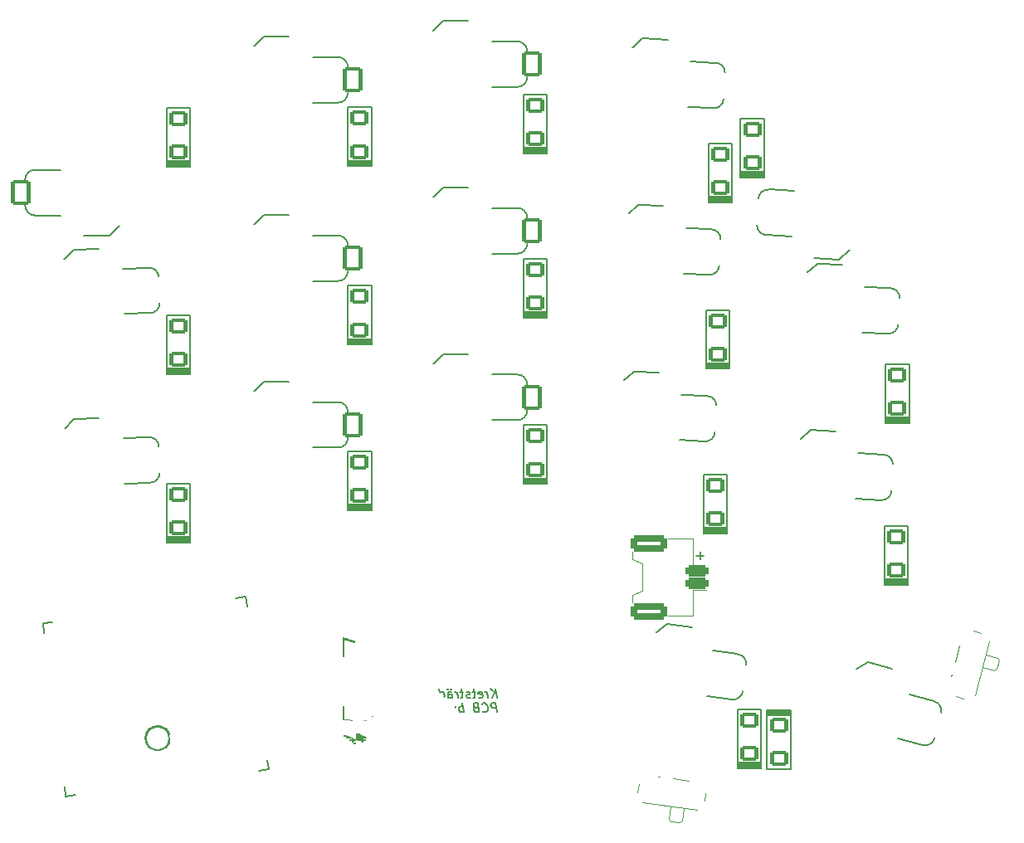
<source format=gbo>
G04 #@! TF.GenerationSoftware,KiCad,Pcbnew,8.0.5*
G04 #@! TF.CreationDate,2025-01-08T16:41:36+08:00*
G04 #@! TF.ProjectId,Kretstr_d_v2,4b726574-7374-472e-9464-5f76322e6b69,rev?*
G04 #@! TF.SameCoordinates,Original*
G04 #@! TF.FileFunction,Legend,Bot*
G04 #@! TF.FilePolarity,Positive*
%FSLAX46Y46*%
G04 Gerber Fmt 4.6, Leading zero omitted, Abs format (unit mm)*
G04 Created by KiCad (PCBNEW 8.0.5) date 2025-01-08 16:41:36*
%MOMM*%
%LPD*%
G01*
G04 APERTURE LIST*
G04 Aperture macros list*
%AMRoundRect*
0 Rectangle with rounded corners*
0 $1 Rounding radius*
0 $2 $3 $4 $5 $6 $7 $8 $9 X,Y pos of 4 corners*
0 Add a 4 corners polygon primitive as box body*
4,1,4,$2,$3,$4,$5,$6,$7,$8,$9,$2,$3,0*
0 Add four circle primitives for the rounded corners*
1,1,$1+$1,$2,$3*
1,1,$1+$1,$4,$5*
1,1,$1+$1,$6,$7*
1,1,$1+$1,$8,$9*
0 Add four rect primitives between the rounded corners*
20,1,$1+$1,$2,$3,$4,$5,0*
20,1,$1+$1,$4,$5,$6,$7,0*
20,1,$1+$1,$6,$7,$8,$9,0*
20,1,$1+$1,$8,$9,$2,$3,0*%
%AMFreePoly0*
4,1,22,0.886777,1.280194,0.956366,1.224698,0.994986,1.144504,1.000000,1.100000,1.000000,-1.100000,0.980194,-1.186777,0.924698,-1.256366,0.844504,-1.294986,0.800000,-1.300000,-0.480000,-1.300000,-0.566777,-1.280194,-0.621421,-1.241421,-0.941421,-0.921421,-0.988777,-0.846056,-1.000000,-0.780000,-1.000000,1.100000,-0.980194,1.186777,-0.924698,1.256366,-0.844504,1.294986,-0.800000,1.300000,
0.800000,1.300000,0.886777,1.280194,0.886777,1.280194,$1*%
%AMFreePoly1*
4,1,22,0.686777,0.580194,0.756366,0.524698,0.794986,0.444504,0.800000,0.400000,0.800000,0.200000,0.780194,0.113223,0.741421,0.058579,0.141421,-0.541421,0.066056,-0.588777,-0.022393,-0.598742,-0.106406,-0.569345,-0.141421,-0.541421,-0.741421,0.058579,-0.788777,0.133944,-0.800000,0.200000,-0.800000,0.400000,-0.780193,0.486777,-0.724698,0.556366,-0.644504,0.594986,-0.600000,0.600000,
0.600000,0.600000,0.686777,0.580194,0.686777,0.580194,$1*%
%AMFreePoly2*
4,1,26,0.706406,1.169345,0.769345,1.106406,0.798742,1.022393,0.800000,1.000000,0.800000,-0.250000,0.780194,-0.336777,0.724699,-0.406366,0.644505,-0.444986,0.600000,-0.450000,-0.600000,-0.450000,-0.686777,-0.430194,-0.756366,-0.374698,-0.794986,-0.294504,-0.800000,-0.250000,-0.800000,1.000000,-0.780194,1.086777,-0.724698,1.156366,-0.644504,1.194986,-0.555496,1.194986,-0.475302,1.156366,
-0.458579,1.141421,0.000000,0.682842,0.458579,1.141421,0.533944,1.188778,0.622393,1.198742,0.706406,1.169345,0.706406,1.169345,$1*%
%AMFreePoly3*
4,1,292,0.206777,1.229994,0.276366,1.174498,0.314986,1.094304,0.320000,1.049800,0.320000,0.008200,0.319495,0.005987,0.319495,-1.866709,0.319486,-1.942235,0.319486,-1.942460,0.318928,-2.390763,0.318926,-2.391335,0.317383,-2.767014,0.317377,-2.767939,0.314675,-3.077389,0.314657,-3.078876,0.310622,-3.328489,0.310568,-3.330901,0.305029,-3.527071,0.304875,-3.531095,0.297657,-3.680215,
0.297195,-3.687212,0.288125,-3.795676,0.286622,-3.808584,0.275528,-3.882784,0.269972,-3.908365,0.256680,-3.954695,0.246330,-3.982691,0.240139,-3.996234,0.229057,-4.017117,0.167561,-4.118087,0.157692,-4.132784,0.062026,-4.262462,0.054482,-4.272060,-0.057455,-4.405866,-0.061018,-4.410009,-0.070960,-4.421254,-0.171727,-4.547475,-0.239381,-4.651468,-0.261422,-4.702806,-0.268448,-4.790209,
-0.275185,-4.947662,-0.279770,-5.144579,-0.281450,-5.361536,-0.281447,-5.385011,-0.280528,-5.604860,-0.277007,-5.754079,-0.270393,-5.838887,-0.268290,-5.848462,-0.224488,-5.894056,-0.171049,-5.977321,-0.142171,-6.051967,-0.122143,-6.170287,-0.120852,-6.228231,-0.135594,-6.347346,-0.162124,-6.424914,-0.212996,-6.510565,-0.274338,-6.575059,-0.308050,-6.593056,-0.393200,-6.628524,-0.459529,-6.643620,
-0.582275,-6.650118,-0.631318,-6.646663,-0.750780,-6.623247,-0.819367,-6.595916,-0.898997,-6.545453,-0.952252,-6.496101,-0.953444,-6.494503,-0.980620,-6.444550,-1.025271,-6.324319,-1.037078,-6.237909,-1.034553,-6.207928,-1.095319,-6.245365,-1.119612,-6.251953,-1.263243,-6.281341,-1.334401,-6.282972,-1.441733,-6.266095,-1.524379,-6.233050,-1.535526,-6.224760,-1.625648,-6.152737,-1.674999,-6.094737,
-1.708800,-6.034795,-1.731134,-5.973572,-1.756230,-5.840310,-1.752826,-5.751366,-1.751357,-5.746183,-1.721747,-5.646814,-1.786435,-5.670245,-1.797570,-5.671308,-1.925994,-5.679949,-2.013905,-5.666013,-2.017213,-5.664651,-2.152853,-5.607383,-2.223422,-5.557256,-2.286363,-5.487634,-2.329864,-5.409980,-2.331418,-5.403739,-1.483158,-5.403739,-1.355185,-5.371470,-1.321520,-5.365981,-1.296753,-5.364088,
-1.271925,-5.355039,-1.217781,-5.314195,-1.113600,-5.210504,-0.992406,-5.073003,-0.922095,-4.967193,-0.891918,-4.883182,-0.881171,-4.765871,-0.875626,-4.680694,-0.868608,-4.639640,-0.821297,-4.471082,-0.802138,-4.425469,-0.700510,-4.248647,-0.682044,-4.221835,-0.562810,-4.075770,-0.603069,-4.078811,-0.691091,-4.065597,-0.695126,-4.063965,-0.829973,-4.007718,-0.882942,-3.970058,-0.884544,-4.105830,
-0.885000,-4.117175,-0.898888,-4.319380,-0.902711,-4.346893,-0.935986,-4.504891,-0.949035,-4.545136,-1.009063,-4.679733,-1.028893,-4.714405,-1.123042,-4.846409,-1.137428,-4.864308,-1.273065,-5.014526,-1.276513,-5.018249,-1.287869,-5.030202,-1.395729,-5.154077,-1.436036,-5.218316,-1.445698,-5.259360,-1.451178,-5.311568,-1.471682,-5.381092,-1.483158,-5.403739,-2.331418,-5.403739,-2.333940,-5.393612,
-2.360039,-5.266091,-2.360039,-5.185886,-2.330712,-5.042597,-2.293908,-4.961554,-2.277054,-4.942143,-2.201588,-4.865752,-2.261402,-4.879975,-2.348652,-4.881156,-2.489497,-4.851669,-2.570374,-4.814501,-2.590504,-4.796763,-2.603049,-4.784116,-2.016632,-4.784116,-1.947691,-4.769658,-1.921784,-4.765974,-1.897996,-4.764167,-1.873068,-4.755114,-1.818842,-4.714263,-1.712135,-4.608103,-1.710532,-4.606403,
-1.610735,-4.492471,-1.536348,-4.394539,-1.509620,-4.348678,-1.496774,-4.253933,-1.486629,-4.104764,-1.484943,-4.030087,-1.521728,-4.066661,-1.663872,-4.210425,-1.771561,-4.327147,-1.827485,-4.398952,-1.841739,-4.426218,-1.846868,-4.455718,-1.849044,-4.466476,-1.880833,-4.604089,-1.919662,-4.684181,-1.933210,-4.699418,-2.016632,-4.784116,-2.603049,-4.784116,-2.677271,-4.709294,-2.724322,-4.633739,
-2.731172,-4.608776,-2.760623,-4.465732,-2.760769,-4.385781,-2.732270,-4.244767,-2.695666,-4.163633,-2.680108,-4.145462,-2.594432,-4.056733,-2.519907,-4.008065,-2.492843,-4.000178,-2.352971,-3.969921,-2.326052,-3.966765,-2.302641,-3.962426,-2.276550,-3.949146,-2.210815,-3.898611,-2.101881,-3.798678,-1.944546,-3.643569,-1.907849,-3.606777,-1.998584,-3.608265,-2.086361,-3.615506,-2.113472,-3.640814,
-2.190420,-3.685551,-2.195993,-3.687200,-2.285285,-3.712217,-2.328694,-3.719355,-2.443408,-3.725413,-2.478949,-3.724123,-2.588384,-3.710339,-2.648428,-3.692928,-2.721883,-3.658421,-2.792004,-3.603597,-2.794591,-3.600348,-2.808469,-3.582542,-2.842246,-3.517205,-2.871896,-3.418636,-2.880342,-3.357508,-2.878149,-3.232815,-2.869435,-3.177839,-2.834704,-3.064278,-2.812088,-3.015249,-2.804020,-3.002595,
-2.744226,-2.942329,-2.663376,-2.889881,-2.579901,-2.859285,-2.464107,-2.844477,-2.401736,-2.846314,-2.281469,-2.868955,-2.211215,-2.896693,-2.116941,-2.956591,-2.095419,-2.974395,-2.075454,-2.989291,-2.056638,-2.994994,-2.046805,-2.995889,-2.070491,-2.960773,-2.070904,-2.959695,-2.108494,-2.860796,-2.121279,-2.800020,-2.127521,-2.678750,-2.122913,-2.624593,-2.097809,-2.512950,-2.059448,-2.432632,
-2.058380,-2.431296,-2.001929,-2.361278,-1.932045,-2.306154,-1.911531,-2.297769,-1.812031,-2.263398,-1.738834,-2.252593,-1.594647,-2.258290,-1.508720,-2.281507,-1.504448,-2.283843,-1.384933,-2.351109,-1.358738,-2.368710,-1.337152,-2.385832,-1.317487,-2.393167,-1.240752,-2.402224,-1.085472,-2.405350,-1.078233,-2.405170,-1.107077,-2.378573,-1.139850,-2.295818,-1.141775,-2.278081,-1.154236,-2.081951,
-1.154606,-2.072859,-1.156502,-1.967207,-1.150610,-1.915302,-1.126324,-1.817749,-1.086141,-1.738328,-1.046755,-1.702089,-0.979056,-1.654814,-0.896569,-1.621370,-0.885058,-1.619844,-0.761116,-1.607067,-0.757791,-1.606753,-0.746558,-1.605784,-0.717431,-1.594755,-0.653273,-1.547006,-0.535915,-1.433820,-0.518656,-1.415993,-0.412858,-1.301079,-0.333107,-1.206106,-0.309939,-1.172922,-0.306469,-1.159605,
-0.293711,-1.047354,-0.284312,-0.875422,-0.280824,-0.666619,-0.282712,0.034061,-0.280000,0.046092,-0.280000,1.049800,-0.260194,1.136577,-0.204698,1.206166,-0.124504,1.244786,-0.080000,1.249800,0.120000,1.249800,0.206777,1.229994,0.206777,1.229994,$1*%
%AMFreePoly4*
4,1,332,0.216903,1.226394,0.286492,1.170898,0.325112,1.090704,0.330126,1.046200,0.330126,0.053880,0.332333,0.034041,0.330446,-0.641485,0.333256,-0.817119,0.341852,-0.991008,0.354077,-1.119624,0.362643,-1.162576,0.397195,-1.217294,0.480043,-1.321262,0.585725,-1.436349,0.661974,-1.511306,0.745305,-1.581782,0.780351,-1.600628,0.816226,-1.606236,0.855709,-1.608367,0.916305,-1.621245,
1.018029,-1.660105,1.092024,-1.709574,1.121528,-1.749879,1.172534,-1.841779,1.197328,-1.927265,1.197479,-1.930252,1.204078,-2.083860,1.203745,-2.106820,1.191281,-2.279776,1.165288,-2.364904,1.129225,-2.403994,1.173666,-2.405391,1.223573,-2.405255,1.373671,-2.401394,1.448171,-2.392642,1.465323,-2.386622,1.490349,-2.367250,1.499144,-2.360816,1.558427,-2.319886,1.616268,-2.292409,
1.736039,-2.257617,1.795103,-2.249705,1.918049,-2.251717,1.998400,-2.270011,2.089018,-2.311721,2.159564,-2.365996,2.168233,-2.377282,2.179017,-2.392405,2.207229,-2.449366,2.233861,-2.535376,2.241991,-2.576456,2.252651,-2.693916,2.253382,-2.717931,2.251655,-2.776071,2.247065,-2.813135,2.225093,-2.912935,2.195461,-2.975695,2.212494,-2.958198,2.289490,-2.904783,2.362073,-2.873447,
2.477989,-2.848910,2.531369,-2.844932,2.650838,-2.852090,2.724742,-2.871102,2.812396,-2.912770,2.882265,-2.967914,2.907895,-3.009099,2.941835,-3.082118,2.959271,-3.144555,2.971968,-3.260006,2.972232,-3.301190,2.960919,-3.417757,2.944419,-3.480107,2.909095,-3.559070,2.855580,-3.630194,2.824642,-3.651681,2.776780,-3.678625,2.716103,-3.700809,2.613675,-3.720326,2.575255,-3.723859,
2.458923,-3.723286,2.420925,-3.719452,2.321391,-3.699672,2.242209,-3.664868,2.226678,-3.653495,2.249568,-3.708190,2.262483,-3.753325,2.275714,-3.834758,2.276340,-3.894786,2.255370,-4.043353,2.251016,-4.059843,2.261336,-4.057503,2.405029,-4.053550,2.423479,-4.053894,2.607272,-4.065820,2.692585,-4.091203,2.758435,-4.151089,2.791780,-4.233615,2.793805,-4.251024,2.806269,-4.423981,
2.806736,-4.433904,2.808688,-4.521554,2.803411,-4.571859,2.775606,-4.689911,2.736433,-4.769835,2.707599,-4.798835,2.630832,-4.861660,2.551134,-4.901291,2.531391,-4.905022,2.396634,-4.923538,2.367519,-4.925391,2.352493,-4.925249,2.321484,-4.922534,2.294546,-4.918041,2.345556,-4.977430,2.387072,-5.056163,2.391784,-5.079151,2.411668,-5.216808,2.413676,-5.249681,2.412978,-5.282286,
2.408266,-5.321372,2.380906,-5.444549,2.342754,-5.524966,2.315925,-5.552945,2.240017,-5.618098,2.161269,-5.659587,2.137440,-5.664410,2.001028,-5.683476,1.971455,-5.685392,1.956951,-5.685255,1.923948,-5.682197,1.791737,-5.658772,1.709746,-5.624130,1.687090,-5.605118,1.615161,-5.535067,1.566814,-5.460335,1.557616,-5.425814,1.535881,-5.299923,1.533998,-5.280958,1.533090,-5.277310,
1.533100,-5.278989,1.537975,-5.407923,1.546049,-5.464506,1.546949,-5.466699,1.560605,-5.481756,1.576426,-5.501596,1.634693,-5.585018,1.668145,-5.667501,1.668563,-5.670193,1.688071,-5.801698,1.682547,-5.885969,1.643425,-6.022953,1.600550,-6.100955,1.596826,-6.105026,1.561415,-6.142690,1.487545,-6.192345,1.486564,-6.192720,1.387509,-6.230250,1.326898,-6.242961,1.205437,-6.249194,
1.151442,-6.244614,1.082920,-6.229254,1.081676,-6.301771,1.060958,-6.387044,1.004589,-6.500955,0.948350,-6.569945,0.933901,-6.580220,0.857650,-6.629504,0.787543,-6.657803,0.665751,-6.681668,0.584915,-6.680859,0.473708,-6.656748,0.415993,-6.629724,0.400586,-6.658754,0.394933,-6.665026,0.359522,-6.702690,0.285652,-6.752345,0.284671,-6.752720,0.185616,-6.790250,0.125005,-6.802961,
0.003544,-6.809194,-0.050452,-6.804614,-0.162271,-6.779549,-0.242614,-6.741242,-0.243814,-6.740285,-0.268198,-6.720687,-0.315294,-6.752345,-0.316275,-6.752720,-0.415330,-6.790250,-0.475941,-6.802961,-0.597402,-6.809194,-0.651397,-6.804614,-0.763217,-6.779549,-0.843561,-6.741242,-0.844763,-6.740284,-0.914891,-6.683922,-0.970122,-6.614122,-0.978575,-6.593515,-1.013000,-6.494172,-1.023868,-6.420766,
-1.018162,-6.276806,-0.994935,-6.190882,-0.992477,-6.186396,-0.925104,-6.067069,-0.903724,-6.036331,-0.891370,-6.021707,-0.890072,-6.018941,-0.882527,-5.981614,-0.875398,-5.887738,-0.871719,-5.731182,-0.870818,-5.503325,-0.870817,-5.503105,-0.869927,-5.326988,-0.869827,-5.321581,-0.862543,-5.094702,-0.861499,-5.079727,-0.853873,-5.008841,-0.260880,-5.008841,-0.250757,-5.118082,-0.182664,-5.265028,
-0.032771,-5.461496,0.009168,-5.510153,0.014500,-5.516608,0.119025,-5.648672,0.127203,-5.659770,0.205250,-5.773710,0.219630,-5.798292,0.256978,-5.874043,0.259707,-5.879806,0.280044,-5.924601,0.283266,-5.919104,0.302558,-5.891727,0.305210,-5.888563,0.317208,-5.858522,0.310754,-5.815815,0.250423,-5.704381,0.110971,-5.530276,0.036442,-5.444592,0.027944,-5.434129,-0.099383,-5.266107,
-0.111658,-5.246753,0.652054,-5.246753,0.732842,-5.349046,0.752387,-5.378939,0.849802,-5.561723,0.882643,-5.509562,0.905761,-5.479570,0.917107,-5.467427,0.924826,-5.420679,0.930495,-5.304719,0.931637,-5.162069,0.886595,-5.192346,0.885617,-5.192720,0.786563,-5.230250,0.725952,-5.242961,0.652054,-5.246753,-0.111658,-5.246753,-0.117198,-5.238019,-0.195936,-5.087503,-0.212368,-5.044802,
-0.239091,-4.941314,-0.260880,-5.008841,-0.853873,-5.008841,-0.842699,-4.904973,-0.837775,-4.877464,-0.810044,-4.767492,1.929028,-4.767492,1.940400,-4.777363,1.980579,-4.800138,2.016790,-4.806377,2.048565,-4.809884,2.049055,-4.809987,2.034161,-4.797214,2.013963,-4.774565,2.013402,-4.774389,1.934562,-4.767567,1.929028,-4.767492,-0.810044,-4.767492,-0.802541,-4.737737,-0.789993,-4.702371,
-0.733407,-4.580574,-0.717030,-4.551821,-0.634173,-4.430855,-0.622986,-4.416047,-0.508940,-4.278815,-0.506152,-4.275532,-0.504541,-4.273676,-0.406101,-4.155775,-0.327937,-4.054618,-0.302887,-4.017163,-0.302099,-4.013563,-0.294032,-3.925579,-0.286464,-3.770786,-0.280305,-3.552503,-0.275623,-3.268476,-0.272373,-2.915349,-0.271993,-2.829728,0.332029,-2.829728,0.339270,-2.984437,0.352076,-3.112266,
0.360925,-3.154360,0.378419,-3.181798,0.458433,-3.279847,0.578494,-3.414759,0.722334,-3.568542,0.876663,-3.727341,1.028514,-3.877808,1.164669,-4.006494,1.268831,-4.097556,1.310593,-4.127530,1.364956,-4.143570,1.451145,-4.154832,1.444522,-4.147382,1.401669,-4.069368,1.396370,-4.045227,1.377901,-3.926443,1.353356,-3.888438,1.272875,-3.790852,1.139773,-3.645237,0.953129,-3.451557,
0.710038,-3.206705,0.332029,-2.829728,-0.271993,-2.829728,-0.270485,-2.489954,-0.269874,-1.987786,-0.269874,1.046200,-0.250068,1.132977,-0.194572,1.202566,-0.114378,1.241186,-0.069874,1.246200,0.130126,1.246200,0.216903,1.226394,0.216903,1.226394,$1*%
G04 Aperture macros list end*
%ADD10C,1.360000*%
%ADD11C,0.150000*%
%ADD12C,0.200000*%
%ADD13C,0.120000*%
%ADD14C,0.178000*%
%ADD15C,0.000000*%
%ADD16C,0.100000*%
%ADD17RoundRect,0.200000X0.700000X-0.600000X0.700000X0.600000X-0.700000X0.600000X-0.700000X-0.600000X0*%
%ADD18C,2.300000*%
%ADD19C,3.400000*%
%ADD20C,2.000000*%
%ADD21C,5.280000*%
%ADD22FreePoly0,0.000000*%
%ADD23RoundRect,0.200000X-0.800000X-1.100000X0.800000X-1.100000X0.800000X1.100000X-0.800000X1.100000X0*%
%ADD24C,3.600000*%
%ADD25C,1.300000*%
%ADD26FreePoly0,2.000000*%
%ADD27RoundRect,0.200000X-0.761123X-1.127250X0.837902X-1.071410X0.761123X1.127250X-0.837902X1.071410X0*%
%ADD28FreePoly0,357.000000*%
%ADD29RoundRect,0.200000X-0.856473X-1.056624X0.741334X-1.140361X0.856473X1.056624X-0.741334X1.140361X0*%
%ADD30FreePoly0,345.000000*%
%ADD31RoundRect,0.200000X-1.057442X-0.855463X0.488040X-1.269574X1.057442X0.855463X-0.488040X1.269574X0*%
%ADD32RoundRect,0.200000X-0.700000X0.600000X-0.700000X-0.600000X0.700000X-0.600000X0.700000X0.600000X0*%
%ADD33C,2.500000*%
%ADD34FreePoly1,187.500000*%
%ADD35FreePoly1,7.500000*%
%ADD36FreePoly2,187.500000*%
%ADD37FreePoly2,7.500000*%
%ADD38FreePoly0,180.000000*%
%ADD39RoundRect,0.200000X0.800000X1.100000X-0.800000X1.100000X-0.800000X-1.100000X0.800000X-1.100000X0*%
%ADD40C,2.200000*%
%ADD41C,4.200000*%
%ADD42FreePoly0,352.500000*%
%ADD43RoundRect,0.200000X-0.936735X-0.986168X0.649577X-1.195010X0.936735X0.986168X-0.649577X1.195010X0*%
%ADD44FreePoly0,177.000000*%
%ADD45RoundRect,0.200000X0.856473X1.056624X-0.741334X1.140361X-0.856473X-1.056624X0.741334X-1.140361X0*%
%ADD46RoundRect,0.300000X0.850000X-0.300000X0.850000X0.300000X-0.850000X0.300000X-0.850000X-0.300000X0*%
%ADD47RoundRect,0.326924X1.548076X-0.523076X1.548076X0.523076X-1.548076X0.523076X-1.548076X-0.523076X0*%
%ADD48FreePoly3,180.000000*%
%ADD49RoundRect,0.229000X-0.606000X-0.057250X0.606000X-0.057250X0.606000X0.057250X-0.606000X0.057250X0*%
%ADD50RoundRect,0.229000X-1.171000X-0.057250X1.171000X-0.057250X1.171000X0.057250X-1.171000X0.057250X0*%
%ADD51RoundRect,0.229000X-0.208500X-0.057250X0.208500X-0.057250X0.208500X0.057250X-0.208500X0.057250X0*%
%ADD52FreePoly4,180.000000*%
%ADD53RoundRect,0.200000X0.547933X0.331315X-0.443512X0.461841X-0.547933X-0.331315X0.443512X-0.461841X0*%
%ADD54RoundRect,0.200000X0.444900X0.697899X-0.249111X0.789268X-0.444900X-0.697899X0.249111X-0.789268X0*%
%ADD55RoundRect,0.200000X-0.256961X0.586491X-0.515780X-0.379435X0.256961X-0.586491X0.515780X0.379435X0*%
%ADD56RoundRect,0.200000X-0.633858X0.532188X-0.815031X-0.143960X0.633858X-0.532188X0.815031X0.143960X0*%
G04 APERTURE END LIST*
D10*
X96337918Y-123376142D02*
G75*
G02*
X94977918Y-123376142I-680000J0D01*
G01*
X94977918Y-123376142D02*
G75*
G02*
X96337918Y-123376142I680000J0D01*
G01*
D11*
X130248387Y-119267282D02*
X130135887Y-118367282D01*
X129734101Y-119267282D02*
X130055530Y-118752996D01*
X129621601Y-118367282D02*
X130200173Y-118881567D01*
X129348387Y-119267282D02*
X129273387Y-118667282D01*
X129294816Y-118838710D02*
X129241244Y-118752996D01*
X129241244Y-118752996D02*
X129193030Y-118710139D01*
X129193030Y-118710139D02*
X129101958Y-118667282D01*
X129101958Y-118667282D02*
X129016244Y-118667282D01*
X128443030Y-119224425D02*
X128534101Y-119267282D01*
X128534101Y-119267282D02*
X128705530Y-119267282D01*
X128705530Y-119267282D02*
X128785887Y-119224425D01*
X128785887Y-119224425D02*
X128818030Y-119138710D01*
X128818030Y-119138710D02*
X128775173Y-118795853D01*
X128775173Y-118795853D02*
X128721601Y-118710139D01*
X128721601Y-118710139D02*
X128630530Y-118667282D01*
X128630530Y-118667282D02*
X128459101Y-118667282D01*
X128459101Y-118667282D02*
X128378744Y-118710139D01*
X128378744Y-118710139D02*
X128346601Y-118795853D01*
X128346601Y-118795853D02*
X128357315Y-118881567D01*
X128357315Y-118881567D02*
X128796601Y-118967282D01*
X128073386Y-118667282D02*
X127730529Y-118667282D01*
X127907315Y-118367282D02*
X128003744Y-119138710D01*
X128003744Y-119138710D02*
X127971601Y-119224425D01*
X127971601Y-119224425D02*
X127891244Y-119267282D01*
X127891244Y-119267282D02*
X127805529Y-119267282D01*
X127543029Y-119224425D02*
X127462672Y-119267282D01*
X127462672Y-119267282D02*
X127291243Y-119267282D01*
X127291243Y-119267282D02*
X127200172Y-119224425D01*
X127200172Y-119224425D02*
X127146600Y-119138710D01*
X127146600Y-119138710D02*
X127141243Y-119095853D01*
X127141243Y-119095853D02*
X127173386Y-119010139D01*
X127173386Y-119010139D02*
X127253743Y-118967282D01*
X127253743Y-118967282D02*
X127382315Y-118967282D01*
X127382315Y-118967282D02*
X127462672Y-118924425D01*
X127462672Y-118924425D02*
X127494815Y-118838710D01*
X127494815Y-118838710D02*
X127489458Y-118795853D01*
X127489458Y-118795853D02*
X127435886Y-118710139D01*
X127435886Y-118710139D02*
X127344815Y-118667282D01*
X127344815Y-118667282D02*
X127216243Y-118667282D01*
X127216243Y-118667282D02*
X127135886Y-118710139D01*
X126830529Y-118667282D02*
X126487672Y-118667282D01*
X126664458Y-118367282D02*
X126760887Y-119138710D01*
X126760887Y-119138710D02*
X126728744Y-119224425D01*
X126728744Y-119224425D02*
X126648387Y-119267282D01*
X126648387Y-119267282D02*
X126562672Y-119267282D01*
X126262672Y-119267282D02*
X126187672Y-118667282D01*
X126209101Y-118838710D02*
X126155529Y-118752996D01*
X126155529Y-118752996D02*
X126107315Y-118710139D01*
X126107315Y-118710139D02*
X126016243Y-118667282D01*
X126016243Y-118667282D02*
X125930529Y-118667282D01*
X125319815Y-119267282D02*
X125260886Y-118795853D01*
X125260886Y-118795853D02*
X125293029Y-118710139D01*
X125293029Y-118710139D02*
X125373386Y-118667282D01*
X125373386Y-118667282D02*
X125544815Y-118667282D01*
X125544815Y-118667282D02*
X125635886Y-118710139D01*
X125314458Y-119224425D02*
X125405529Y-119267282D01*
X125405529Y-119267282D02*
X125619815Y-119267282D01*
X125619815Y-119267282D02*
X125700172Y-119224425D01*
X125700172Y-119224425D02*
X125732315Y-119138710D01*
X125732315Y-119138710D02*
X125721600Y-119052996D01*
X125721600Y-119052996D02*
X125668029Y-118967282D01*
X125668029Y-118967282D02*
X125576958Y-118924425D01*
X125576958Y-118924425D02*
X125362672Y-118924425D01*
X125362672Y-118924425D02*
X125271600Y-118881567D01*
X125593029Y-118367282D02*
X125555529Y-118410139D01*
X125555529Y-118410139D02*
X125603743Y-118452996D01*
X125603743Y-118452996D02*
X125641243Y-118410139D01*
X125641243Y-118410139D02*
X125593029Y-118367282D01*
X125593029Y-118367282D02*
X125603743Y-118452996D01*
X125250172Y-118367282D02*
X125212672Y-118410139D01*
X125212672Y-118410139D02*
X125260886Y-118452996D01*
X125260886Y-118452996D02*
X125298386Y-118410139D01*
X125298386Y-118410139D02*
X125250172Y-118367282D01*
X125250172Y-118367282D02*
X125260886Y-118452996D01*
X124505529Y-119267282D02*
X124393029Y-118367282D01*
X124500172Y-119224425D02*
X124591243Y-119267282D01*
X124591243Y-119267282D02*
X124762672Y-119267282D01*
X124762672Y-119267282D02*
X124843029Y-119224425D01*
X124843029Y-119224425D02*
X124880529Y-119181567D01*
X124880529Y-119181567D02*
X124912672Y-119095853D01*
X124912672Y-119095853D02*
X124880529Y-118838710D01*
X124880529Y-118838710D02*
X124826957Y-118752996D01*
X124826957Y-118752996D02*
X124778743Y-118710139D01*
X124778743Y-118710139D02*
X124687672Y-118667282D01*
X124687672Y-118667282D02*
X124516243Y-118667282D01*
X124516243Y-118667282D02*
X124435886Y-118710139D01*
X123401957Y-118667282D02*
X123262672Y-119267282D01*
X123262672Y-119267282D02*
X122973386Y-118667282D01*
X122646600Y-118452996D02*
X122598386Y-118410139D01*
X122598386Y-118410139D02*
X122507315Y-118367282D01*
X122507315Y-118367282D02*
X122293029Y-118367282D01*
X122293029Y-118367282D02*
X122212672Y-118410139D01*
X122212672Y-118410139D02*
X122175172Y-118452996D01*
X122175172Y-118452996D02*
X122143029Y-118538710D01*
X122143029Y-118538710D02*
X122153743Y-118624425D01*
X122153743Y-118624425D02*
X122212672Y-118752996D01*
X122212672Y-118752996D02*
X122791243Y-119267282D01*
X122791243Y-119267282D02*
X122234100Y-119267282D01*
X121837672Y-119181567D02*
X121800172Y-119224425D01*
X121800172Y-119224425D02*
X121848386Y-119267282D01*
X121848386Y-119267282D02*
X121885886Y-119224425D01*
X121885886Y-119224425D02*
X121837672Y-119181567D01*
X121837672Y-119181567D02*
X121848386Y-119267282D01*
X120948386Y-119267282D02*
X121462672Y-119267282D01*
X121205529Y-119267282D02*
X121093029Y-118367282D01*
X121093029Y-118367282D02*
X121194815Y-118495853D01*
X121194815Y-118495853D02*
X121291244Y-118581567D01*
X121291244Y-118581567D02*
X121382315Y-118624425D01*
X130248387Y-120716232D02*
X130135887Y-119816232D01*
X130135887Y-119816232D02*
X129793030Y-119816232D01*
X129793030Y-119816232D02*
X129712673Y-119859089D01*
X129712673Y-119859089D02*
X129675173Y-119901946D01*
X129675173Y-119901946D02*
X129643030Y-119987660D01*
X129643030Y-119987660D02*
X129659101Y-120116232D01*
X129659101Y-120116232D02*
X129712673Y-120201946D01*
X129712673Y-120201946D02*
X129760887Y-120244803D01*
X129760887Y-120244803D02*
X129851958Y-120287660D01*
X129851958Y-120287660D02*
X130194816Y-120287660D01*
X128823387Y-120630517D02*
X128871601Y-120673375D01*
X128871601Y-120673375D02*
X129005530Y-120716232D01*
X129005530Y-120716232D02*
X129091244Y-120716232D01*
X129091244Y-120716232D02*
X129214458Y-120673375D01*
X129214458Y-120673375D02*
X129289458Y-120587660D01*
X129289458Y-120587660D02*
X129321601Y-120501946D01*
X129321601Y-120501946D02*
X129343030Y-120330517D01*
X129343030Y-120330517D02*
X129326958Y-120201946D01*
X129326958Y-120201946D02*
X129262673Y-120030517D01*
X129262673Y-120030517D02*
X129209101Y-119944803D01*
X129209101Y-119944803D02*
X129112673Y-119859089D01*
X129112673Y-119859089D02*
X128978744Y-119816232D01*
X128978744Y-119816232D02*
X128893030Y-119816232D01*
X128893030Y-119816232D02*
X128769816Y-119859089D01*
X128769816Y-119859089D02*
X128732316Y-119901946D01*
X128089458Y-120244803D02*
X127966244Y-120287660D01*
X127966244Y-120287660D02*
X127928744Y-120330517D01*
X127928744Y-120330517D02*
X127896601Y-120416232D01*
X127896601Y-120416232D02*
X127912673Y-120544803D01*
X127912673Y-120544803D02*
X127966244Y-120630517D01*
X127966244Y-120630517D02*
X128014458Y-120673375D01*
X128014458Y-120673375D02*
X128105530Y-120716232D01*
X128105530Y-120716232D02*
X128448387Y-120716232D01*
X128448387Y-120716232D02*
X128335887Y-119816232D01*
X128335887Y-119816232D02*
X128035887Y-119816232D01*
X128035887Y-119816232D02*
X127955530Y-119859089D01*
X127955530Y-119859089D02*
X127918030Y-119901946D01*
X127918030Y-119901946D02*
X127885887Y-119987660D01*
X127885887Y-119987660D02*
X127896601Y-120073375D01*
X127896601Y-120073375D02*
X127950173Y-120159089D01*
X127950173Y-120159089D02*
X127998387Y-120201946D01*
X127998387Y-120201946D02*
X128089458Y-120244803D01*
X128089458Y-120244803D02*
X128389458Y-120244803D01*
X126862673Y-120716232D02*
X126750173Y-119816232D01*
X126793030Y-120159089D02*
X126701959Y-120116232D01*
X126701959Y-120116232D02*
X126530530Y-120116232D01*
X126530530Y-120116232D02*
X126450173Y-120159089D01*
X126450173Y-120159089D02*
X126412673Y-120201946D01*
X126412673Y-120201946D02*
X126380530Y-120287660D01*
X126380530Y-120287660D02*
X126412673Y-120544803D01*
X126412673Y-120544803D02*
X126466244Y-120630517D01*
X126466244Y-120630517D02*
X126514459Y-120673375D01*
X126514459Y-120673375D02*
X126605530Y-120716232D01*
X126605530Y-120716232D02*
X126776959Y-120716232D01*
X126776959Y-120716232D02*
X126857316Y-120673375D01*
X126059101Y-120116232D02*
X125919816Y-120716232D01*
X125630530Y-120116232D02*
X125919816Y-120716232D01*
X125919816Y-120716232D02*
X126032316Y-120930517D01*
X126032316Y-120930517D02*
X126080530Y-120973375D01*
X126080530Y-120973375D02*
X126171601Y-121016232D01*
X124601959Y-120116232D02*
X124698388Y-120887660D01*
X124698388Y-120887660D02*
X124751959Y-120973375D01*
X124751959Y-120973375D02*
X124843030Y-121016232D01*
X124843030Y-121016232D02*
X124885888Y-121016232D01*
X124564459Y-119816232D02*
X124612673Y-119859089D01*
X124612673Y-119859089D02*
X124575173Y-119901946D01*
X124575173Y-119901946D02*
X124526959Y-119859089D01*
X124526959Y-119859089D02*
X124564459Y-119816232D01*
X124564459Y-119816232D02*
X124575173Y-119901946D01*
X124259102Y-120116232D02*
X124162674Y-120716232D01*
X124162674Y-120716232D02*
X123937674Y-120287660D01*
X123937674Y-120287660D02*
X123819817Y-120716232D01*
X123819817Y-120716232D02*
X123573388Y-120116232D01*
X151383951Y-104776133D02*
X150622047Y-104776133D01*
X151002999Y-104395180D02*
X151002999Y-105157085D01*
D12*
X172329390Y-85213081D02*
X169929390Y-85213081D01*
X169929390Y-91213081D01*
X172329390Y-91213081D01*
X172329390Y-85213081D01*
X172329390Y-91213081D02*
X169929390Y-91213081D01*
X169929390Y-90654681D01*
X172329390Y-90654681D01*
X172329390Y-91213081D01*
G36*
X172329390Y-91213081D02*
G01*
X169929390Y-91213081D01*
X169929390Y-90654681D01*
X172329390Y-90654681D01*
X172329390Y-91213081D01*
G37*
D11*
X105460390Y-88008681D02*
X105460390Y-88118681D01*
X105460390Y-88008681D02*
X106485390Y-86983681D01*
X109035390Y-86983681D02*
X106485390Y-86983681D01*
X114060390Y-89083681D02*
X111460390Y-89083681D01*
X114060390Y-93733681D02*
X111460390Y-93733681D01*
X114060390Y-89083681D02*
G75*
G02*
X115060390Y-90083681I0J-1000000D01*
G01*
X115060390Y-92733681D02*
G75*
G02*
X114060390Y-93733681I-1000000J0D01*
G01*
D12*
X135397790Y-74478281D02*
X132997790Y-74478281D01*
X132997790Y-80478281D01*
X135397790Y-80478281D01*
X135397790Y-74478281D01*
X135397790Y-80478281D02*
X132997790Y-80478281D01*
X132997790Y-79919881D01*
X135397790Y-79919881D01*
X135397790Y-80478281D01*
G36*
X135397790Y-80478281D02*
G01*
X132997790Y-80478281D01*
X132997790Y-79919881D01*
X135397790Y-79919881D01*
X135397790Y-80478281D01*
G37*
X98961390Y-80234681D02*
X96561390Y-80234681D01*
X96561390Y-86234681D01*
X98961390Y-86234681D01*
X98961390Y-80234681D01*
X98961390Y-86234681D02*
X96561390Y-86234681D01*
X96561390Y-85676281D01*
X98961390Y-85676281D01*
X98961390Y-86234681D01*
G36*
X98961390Y-86234681D02*
G01*
X96561390Y-86234681D01*
X96561390Y-85676281D01*
X98961390Y-85676281D01*
X98961390Y-86234681D01*
G37*
D11*
X123760190Y-68208681D02*
X123760190Y-68318681D01*
X123760190Y-68208681D02*
X124785190Y-67183681D01*
X127335190Y-67183681D02*
X124785190Y-67183681D01*
X132360190Y-69283681D02*
X129760190Y-69283681D01*
X132360190Y-73933681D02*
X129760190Y-73933681D01*
X132360190Y-69283681D02*
G75*
G02*
X133360190Y-70283681I0J-1000000D01*
G01*
X133360190Y-72933681D02*
G75*
G02*
X132360190Y-73933681I-1000000J0D01*
G01*
X105460390Y-71008681D02*
X105460390Y-71118681D01*
X105460390Y-71008681D02*
X106485390Y-69983681D01*
X109035390Y-69983681D02*
X106485390Y-69983681D01*
X114060390Y-72083681D02*
X111460390Y-72083681D01*
X114060390Y-76733681D02*
X111460390Y-76733681D01*
X114060390Y-72083681D02*
G75*
G02*
X115060390Y-73083681I0J-1000000D01*
G01*
X115060390Y-75733681D02*
G75*
G02*
X114060390Y-76733681I-1000000J0D01*
G01*
X123760190Y-85208681D02*
X123760190Y-85318681D01*
X123760190Y-85208681D02*
X124785190Y-84183681D01*
X127335190Y-84183681D02*
X124785190Y-84183681D01*
X132360190Y-86283681D02*
X129760190Y-86283681D01*
X132360190Y-90933681D02*
X129760190Y-90933681D01*
X132360190Y-86283681D02*
G75*
G02*
X133360190Y-87283681I0J-1000000D01*
G01*
X133360190Y-89933681D02*
G75*
G02*
X132360190Y-90933681I-1000000J0D01*
G01*
D12*
X117462190Y-94137881D02*
X115062190Y-94137881D01*
X115062190Y-100137881D01*
X117462190Y-100137881D01*
X117462190Y-94137881D01*
X117462190Y-100137881D02*
X115062190Y-100137881D01*
X115062190Y-99579481D01*
X117462190Y-99579481D01*
X117462190Y-100137881D01*
G36*
X117462190Y-100137881D02*
G01*
X115062190Y-100137881D01*
X115062190Y-99579481D01*
X117462190Y-99579481D01*
X117462190Y-100137881D01*
G37*
X117462190Y-77221481D02*
X115062190Y-77221481D01*
X115062190Y-83221481D01*
X117462190Y-83221481D01*
X117462190Y-77221481D01*
X117462190Y-83221481D02*
X115062190Y-83221481D01*
X115062190Y-82663081D01*
X117462190Y-82663081D01*
X117462190Y-83221481D01*
G36*
X117462190Y-83221481D02*
G01*
X115062190Y-83221481D01*
X115062190Y-82663081D01*
X117462190Y-82663081D01*
X117462190Y-83221481D01*
G37*
D11*
X105460390Y-52808681D02*
X105460390Y-52918681D01*
X105460390Y-52808681D02*
X106485390Y-51783681D01*
X109035390Y-51783681D02*
X106485390Y-51783681D01*
X114060390Y-53883681D02*
X111460390Y-53883681D01*
X114060390Y-58533681D02*
X111460390Y-58533681D01*
X114060390Y-53883681D02*
G75*
G02*
X115060390Y-54883681I0J-1000000D01*
G01*
X115060390Y-57533681D02*
G75*
G02*
X114060390Y-58533681I-1000000J0D01*
G01*
D12*
X153978431Y-79693316D02*
X151578431Y-79693316D01*
X151578431Y-85693316D01*
X153978431Y-85693316D01*
X153978431Y-79693316D01*
X153978431Y-85693316D02*
X151578431Y-85693316D01*
X151578431Y-85134916D01*
X153978431Y-85134916D01*
X153978431Y-85693316D01*
G36*
X153978431Y-85693316D02*
G01*
X151578431Y-85693316D01*
X151578431Y-85134916D01*
X153978431Y-85134916D01*
X153978431Y-85693316D01*
G37*
D11*
X86110706Y-91892647D02*
X86114545Y-92002580D01*
X86110706Y-91892647D02*
X87099310Y-90832500D01*
X89647756Y-90743506D02*
X87099310Y-90832500D01*
X94742984Y-92666857D02*
X92144568Y-92757595D01*
X94905267Y-97314024D02*
X92306851Y-97404763D01*
X94742984Y-92666857D02*
G75*
G02*
X95777275Y-93631348I34900J-999391D01*
G01*
X95869758Y-96279734D02*
G75*
G02*
X94905267Y-97314024I-999391J-34899D01*
G01*
X144061264Y-52935780D02*
X144055507Y-53045630D01*
X144061264Y-52935780D02*
X145138503Y-51965829D01*
X147685009Y-52099286D02*
X145138503Y-51965829D01*
X152349854Y-59103024D02*
X149753418Y-58966950D01*
X152593217Y-54459396D02*
X149996780Y-54323323D01*
X152593217Y-54459396D02*
G75*
G02*
X153539511Y-55510362I-52336J-998630D01*
G01*
X153400820Y-58156730D02*
G75*
G02*
X152349854Y-59103024I-998630J52336D01*
G01*
D12*
X157532694Y-60159750D02*
X155132694Y-60159750D01*
X155132694Y-66159750D01*
X157532694Y-66159750D01*
X157532694Y-60159750D01*
X157532694Y-66159750D02*
X155132694Y-66159750D01*
X155132694Y-65601350D01*
X157532694Y-65601350D01*
X157532694Y-66159750D01*
G36*
X157532694Y-66159750D02*
G01*
X155132694Y-66159750D01*
X155132694Y-65601350D01*
X157532694Y-65601350D01*
X157532694Y-66159750D01*
G37*
D11*
X166852392Y-116358850D02*
X166823923Y-116465102D01*
X166852392Y-116358850D02*
X168107755Y-115634065D01*
X170570866Y-116294054D02*
X168107755Y-115634065D01*
X173677615Y-124114619D02*
X171166208Y-123441689D01*
X174881123Y-119623064D02*
X172369716Y-118950134D01*
X174881123Y-119623064D02*
G75*
G02*
X175588230Y-120847809I-258819J-965926D01*
G01*
X174902360Y-123407512D02*
G75*
G02*
X173677615Y-124114619I-965926J258819D01*
G01*
D12*
X157216390Y-120468281D02*
X154816390Y-120468281D01*
X154816390Y-126468281D01*
X157216390Y-126468281D01*
X157216390Y-120468281D01*
X157216390Y-126468281D02*
X154816390Y-126468281D01*
X154816390Y-125909881D01*
X157216390Y-125909881D01*
X157216390Y-126468281D01*
G36*
X157216390Y-126468281D02*
G01*
X154816390Y-126468281D01*
X154816390Y-125909881D01*
X157216390Y-125909881D01*
X157216390Y-126468281D01*
G37*
D11*
X123760190Y-51208681D02*
X123760190Y-51318681D01*
X123760190Y-51208681D02*
X124785190Y-50183681D01*
X127335190Y-50183681D02*
X124785190Y-50183681D01*
X132360190Y-52283681D02*
X129760190Y-52283681D01*
X132360190Y-56933681D02*
X129760190Y-56933681D01*
X132360190Y-52283681D02*
G75*
G02*
X133360190Y-53283681I0J-1000000D01*
G01*
X133360190Y-55933681D02*
G75*
G02*
X132360190Y-56933681I-1000000J0D01*
G01*
D12*
X157838990Y-126524681D02*
X160238990Y-126524681D01*
X160238990Y-120524681D01*
X157838990Y-120524681D01*
X157838990Y-126524681D01*
X160238990Y-121083081D02*
X157838990Y-121083081D01*
X157838990Y-120524681D01*
X160238990Y-120524681D01*
X160238990Y-121083081D01*
G36*
X160238990Y-121083081D02*
G01*
X157838990Y-121083081D01*
X157838990Y-120524681D01*
X160238990Y-120524681D01*
X160238990Y-121083081D01*
G37*
X98961390Y-97405081D02*
X96561390Y-97405081D01*
X96561390Y-103405081D01*
X98961390Y-103405081D01*
X98961390Y-97405081D01*
X98961390Y-103405081D02*
X96561390Y-103405081D01*
X96561390Y-102846681D01*
X98961390Y-102846681D01*
X98961390Y-103405081D01*
G36*
X98961390Y-103405081D02*
G01*
X96561390Y-103405081D01*
X96561390Y-102846681D01*
X98961390Y-102846681D01*
X98961390Y-103405081D01*
G37*
D11*
X143180598Y-86936487D02*
X143174841Y-87046337D01*
X143180598Y-86936487D02*
X144257837Y-85966536D01*
X146804343Y-86099993D02*
X144257837Y-85966536D01*
X151469188Y-93103731D02*
X148872752Y-92967657D01*
X151712551Y-88460103D02*
X149116114Y-88324030D01*
X151712551Y-88460103D02*
G75*
G02*
X152658845Y-89511069I-52336J-998630D01*
G01*
X152520154Y-92157437D02*
G75*
G02*
X151469188Y-93103731I-998630J52336D01*
G01*
X143620926Y-69936233D02*
X143615169Y-70046083D01*
X143620926Y-69936233D02*
X144698165Y-68966282D01*
X147244671Y-69099739D02*
X144698165Y-68966282D01*
X151909516Y-76103477D02*
X149313080Y-75967403D01*
X152152879Y-71459849D02*
X149556442Y-71323776D01*
X152152879Y-71459849D02*
G75*
G02*
X153099173Y-72510815I-52336J-998630D01*
G01*
X152960482Y-75157183D02*
G75*
G02*
X151909516Y-76103477I-998630J52336D01*
G01*
X83940492Y-111654493D02*
X84071018Y-112645938D01*
X83940492Y-111654493D02*
X84931937Y-111523966D01*
X86263858Y-129302211D02*
X86139858Y-128360339D01*
X86263858Y-129302211D02*
X87255303Y-129171685D01*
X103608973Y-109065088D02*
X104649993Y-108928035D01*
X104649993Y-108928035D02*
X104780517Y-109919480D01*
X105981912Y-126706280D02*
X106973357Y-126575754D01*
X106973357Y-126575754D02*
X106841525Y-125574395D01*
D12*
X117462190Y-59021481D02*
X115062190Y-59021481D01*
X115062190Y-65021481D01*
X117462190Y-65021481D01*
X117462190Y-59021481D01*
X117462190Y-65021481D02*
X115062190Y-65021481D01*
X115062190Y-64463081D01*
X117462190Y-64463081D01*
X117462190Y-65021481D01*
G36*
X117462190Y-65021481D02*
G01*
X115062190Y-65021481D01*
X115062190Y-64463081D01*
X117462190Y-64463081D01*
X117462190Y-65021481D01*
G37*
D11*
X86100236Y-74592830D02*
X86104075Y-74702763D01*
X86100236Y-74592830D02*
X87088840Y-73532683D01*
X89637286Y-73443689D02*
X87088840Y-73532683D01*
X94732514Y-75367040D02*
X92134098Y-75457778D01*
X94894797Y-80014207D02*
X92296381Y-80104946D01*
X94732514Y-75367040D02*
G75*
G02*
X95766805Y-76331531I34900J-999391D01*
G01*
X95859288Y-78979917D02*
G75*
G02*
X94894797Y-80014207I-999391J-34899D01*
G01*
D12*
X135397790Y-91445481D02*
X132997790Y-91445481D01*
X132997790Y-97445481D01*
X135397790Y-97445481D01*
X135397790Y-91445481D01*
X135397790Y-97445481D02*
X132997790Y-97445481D01*
X132997790Y-96887081D01*
X135397790Y-96887081D01*
X135397790Y-97445481D01*
G36*
X135397790Y-97445481D02*
G01*
X132997790Y-97445481D01*
X132997790Y-96887081D01*
X135397790Y-96887081D01*
X135397790Y-97445481D01*
G37*
D11*
X83132590Y-65383681D02*
X85732590Y-65383681D01*
X83132590Y-70033681D02*
X85732590Y-70033681D01*
X88157590Y-72133681D02*
X90707590Y-72133681D01*
X91732590Y-71108681D02*
X90707590Y-72133681D01*
X91732590Y-71108681D02*
X91732590Y-70998681D01*
X82132590Y-66383681D02*
G75*
G02*
X83132590Y-65383681I1000000J0D01*
G01*
X83132590Y-70033681D02*
G75*
G02*
X82132590Y-69033681I0J1000000D01*
G01*
D12*
X135397790Y-57714281D02*
X132997790Y-57714281D01*
X132997790Y-63714281D01*
X135397790Y-63714281D01*
X135397790Y-57714281D01*
X135397790Y-63714281D02*
X132997790Y-63714281D01*
X132997790Y-63155881D01*
X135397790Y-63155881D01*
X135397790Y-63714281D01*
G36*
X135397790Y-63714281D02*
G01*
X132997790Y-63714281D01*
X132997790Y-63155881D01*
X135397790Y-63155881D01*
X135397790Y-63714281D01*
G37*
D11*
X161191567Y-92926918D02*
X161185810Y-93036768D01*
X161191567Y-92926918D02*
X162268806Y-91956967D01*
X164815312Y-92090424D02*
X162268806Y-91956967D01*
X169480157Y-99094162D02*
X166883721Y-98958088D01*
X169723520Y-94450534D02*
X167127083Y-94314461D01*
X169723520Y-94450534D02*
G75*
G02*
X170669814Y-95501500I-52336J-998630D01*
G01*
X170531123Y-98147868D02*
G75*
G02*
X169480157Y-99094162I-998630J52336D01*
G01*
X146467079Y-112628511D02*
X146452721Y-112737570D01*
X146467079Y-112628511D02*
X147617099Y-111746069D01*
X150145283Y-112078911D02*
X147617099Y-111746069D01*
X154246242Y-119427058D02*
X151668485Y-119087690D01*
X154853189Y-114816840D02*
X152275432Y-114477472D01*
X154853189Y-114816840D02*
G75*
G02*
X155714107Y-115938811I-130526J-991444D01*
G01*
X155368213Y-118566140D02*
G75*
G02*
X154246242Y-119427058I-991445J130527D01*
G01*
D12*
X154278020Y-62710217D02*
X151878020Y-62710217D01*
X151878020Y-68710217D01*
X154278020Y-68710217D01*
X154278020Y-62710217D01*
X154278020Y-68710217D02*
X151878020Y-68710217D01*
X151878020Y-68151817D01*
X154278020Y-68151817D01*
X154278020Y-68710217D01*
G36*
X154278020Y-68710217D02*
G01*
X151878020Y-68710217D01*
X151878020Y-68151817D01*
X154278020Y-68151817D01*
X154278020Y-68710217D01*
G37*
X153778705Y-96482849D02*
X151378705Y-96482849D01*
X151378705Y-102482849D01*
X153778705Y-102482849D01*
X153778705Y-96482849D01*
X153778705Y-102482849D02*
X151378705Y-102482849D01*
X151378705Y-101924449D01*
X153778705Y-101924449D01*
X153778705Y-102482849D01*
G36*
X153778705Y-102482849D02*
G01*
X151378705Y-102482849D01*
X151378705Y-101924449D01*
X153778705Y-101924449D01*
X153778705Y-102482849D01*
G37*
X172219105Y-101749249D02*
X169819105Y-101749249D01*
X169819105Y-107749249D01*
X172219105Y-107749249D01*
X172219105Y-101749249D01*
X172219105Y-107749249D02*
X169819105Y-107749249D01*
X169819105Y-107190849D01*
X172219105Y-107190849D01*
X172219105Y-107749249D01*
G36*
X172219105Y-107749249D02*
G01*
X169819105Y-107749249D01*
X169819105Y-107190849D01*
X172219105Y-107190849D01*
X172219105Y-107749249D01*
G37*
X98961390Y-59059081D02*
X96561390Y-59059081D01*
X96561390Y-65059081D01*
X98961390Y-65059081D01*
X98961390Y-59059081D01*
X98961390Y-65059081D02*
X96561390Y-65059081D01*
X96561390Y-64500681D01*
X98961390Y-64500681D01*
X98961390Y-65059081D01*
G36*
X98961390Y-65059081D02*
G01*
X96561390Y-65059081D01*
X96561390Y-64500681D01*
X98961390Y-64500681D01*
X98961390Y-65059081D01*
G37*
D11*
X157751817Y-72043276D02*
X160348254Y-72179349D01*
X157995180Y-67399648D02*
X160591616Y-67535722D01*
X162660025Y-74403386D02*
X165206531Y-74536843D01*
X166283770Y-73566892D02*
X165206531Y-74536843D01*
X166283770Y-73566892D02*
X166289527Y-73457042D01*
X156944214Y-68345942D02*
G75*
G02*
X157995180Y-67399648I998630J-52336D01*
G01*
X157751817Y-72043276D02*
G75*
G02*
X156805523Y-70992310I52336J998630D01*
G01*
X161881552Y-75939749D02*
X161875795Y-76049599D01*
X161881552Y-75939749D02*
X162958791Y-74969798D01*
X165505297Y-75103255D02*
X162958791Y-74969798D01*
X170170142Y-82106993D02*
X167573706Y-81970919D01*
X170413505Y-77463365D02*
X167817068Y-77327292D01*
X170413505Y-77463365D02*
G75*
G02*
X171359799Y-78514331I-52336J-998630D01*
G01*
X171221108Y-81160699D02*
G75*
G02*
X170170142Y-82106993I-998630J52336D01*
G01*
D13*
X144111000Y-105140000D02*
X144111000Y-104390000D01*
X144111000Y-108770000D02*
X145111000Y-108370000D01*
X144111000Y-109520000D02*
X144111000Y-108770000D01*
X145111000Y-105540000D02*
X144111000Y-105140000D01*
X145111000Y-108370000D02*
X145111000Y-105540000D01*
X147731000Y-103020000D02*
X150231000Y-103020000D01*
X147731000Y-110890000D02*
X150231000Y-110890000D01*
X150231000Y-103020000D02*
X150231000Y-105670000D01*
X150231000Y-108240000D02*
X151621000Y-108240000D01*
X150231000Y-110890000D02*
X150231000Y-108240000D01*
D14*
X114584797Y-120116600D02*
X114584797Y-121539000D01*
X114584797Y-121539000D02*
X115479397Y-121539000D01*
X117607397Y-120065800D02*
X117607397Y-121539000D01*
X117607397Y-121539000D02*
X116729397Y-121539400D01*
D15*
G36*
X114607236Y-113077747D02*
G01*
X114654009Y-113094831D01*
X114769917Y-113136117D01*
X114942112Y-113196984D01*
X115160193Y-113273788D01*
X115413760Y-113362888D01*
X115692413Y-113460639D01*
X115985751Y-113563400D01*
X116283374Y-113667525D01*
X116574881Y-113769374D01*
X116849873Y-113865302D01*
X117097948Y-113951666D01*
X117308706Y-114024824D01*
X117471747Y-114081132D01*
X117702110Y-114160347D01*
X117702110Y-115146003D01*
X117501795Y-115146003D01*
X117501479Y-114293003D01*
X116810549Y-114053205D01*
X116685936Y-114009975D01*
X116374283Y-113901973D01*
X116035342Y-113784638D01*
X115702338Y-113669470D01*
X115408498Y-113567968D01*
X114697378Y-113322528D01*
X114697378Y-115146003D01*
X114497063Y-115146003D01*
X114497063Y-113034983D01*
X114607236Y-113077747D01*
G37*
D13*
X144630485Y-128878744D02*
X144733601Y-128095502D01*
X146903115Y-127322064D02*
X146704827Y-127295959D01*
X147849904Y-131622435D02*
X148018284Y-130343472D01*
X147849904Y-131622435D02*
X148020783Y-131856744D01*
X148913083Y-131974217D02*
X148020783Y-131856744D01*
X149138783Y-131792119D02*
X148913083Y-131974217D01*
X149307161Y-130513155D02*
X149138783Y-131792119D01*
X149877451Y-127713643D02*
X148191994Y-127491748D01*
X150744757Y-130702418D02*
X145093519Y-129958419D01*
X151574570Y-128996133D02*
X151471454Y-129779374D01*
X176591705Y-117050378D02*
X176643468Y-116857193D01*
X176979933Y-115601489D02*
X177419926Y-113959415D01*
X177127111Y-119109101D02*
X177890193Y-119313568D01*
X179021069Y-118995421D02*
X180496338Y-113489642D01*
X179676044Y-112648680D02*
X178912963Y-112444213D01*
X179784586Y-116145938D02*
X181030630Y-116479815D01*
X181285238Y-116340982D02*
X181030630Y-116479815D01*
X181285238Y-116340982D02*
X181518175Y-115471649D01*
X181367095Y-115224111D02*
X180121050Y-114890235D01*
X181518175Y-115471649D02*
X181367095Y-115224111D01*
%LPC*%
D16*
X87756130Y-115406955D02*
X86748822Y-115539569D01*
X86616207Y-114532261D01*
X87623515Y-114399647D01*
X87756130Y-115406955D01*
G36*
X87756130Y-115406955D02*
G01*
X86748822Y-115539569D01*
X86616207Y-114532261D01*
X87623515Y-114399647D01*
X87756130Y-115406955D01*
G37*
X89112845Y-125712231D02*
X88105537Y-125844846D01*
X87972923Y-124837538D01*
X88980231Y-124704923D01*
X89112845Y-125712231D01*
G36*
X89112845Y-125712231D02*
G01*
X88105537Y-125844846D01*
X87972923Y-124837538D01*
X88980231Y-124704923D01*
X89112845Y-125712231D01*
G37*
X89438017Y-115185530D02*
X88430709Y-115318145D01*
X88298094Y-114310837D01*
X89305402Y-114178222D01*
X89438017Y-115185530D01*
G36*
X89438017Y-115185530D02*
G01*
X88430709Y-115318145D01*
X88298094Y-114310837D01*
X89305402Y-114178222D01*
X89438017Y-115185530D01*
G37*
X90794732Y-125490806D02*
X89787424Y-125623421D01*
X89654810Y-124616113D01*
X90662118Y-124483498D01*
X90794732Y-125490806D01*
G36*
X90794732Y-125490806D02*
G01*
X89787424Y-125623421D01*
X89654810Y-124616113D01*
X90662118Y-124483498D01*
X90794732Y-125490806D01*
G37*
X91119904Y-114964106D02*
X90112596Y-115096720D01*
X89979981Y-114089412D01*
X90987289Y-113956798D01*
X91119904Y-114964106D01*
G36*
X91119904Y-114964106D02*
G01*
X90112596Y-115096720D01*
X89979981Y-114089412D01*
X90987289Y-113956798D01*
X91119904Y-114964106D01*
G37*
X92476619Y-125269382D02*
X91469311Y-125401996D01*
X91336697Y-124394688D01*
X92344005Y-124262074D01*
X92476619Y-125269382D01*
G36*
X92476619Y-125269382D02*
G01*
X91469311Y-125401996D01*
X91336697Y-124394688D01*
X92344005Y-124262074D01*
X92476619Y-125269382D01*
G37*
X96983111Y-114192200D02*
X95975803Y-114324814D01*
X95843188Y-113317506D01*
X96850496Y-113184892D01*
X96983111Y-114192200D01*
G36*
X96983111Y-114192200D02*
G01*
X95975803Y-114324814D01*
X95843188Y-113317506D01*
X96850496Y-113184892D01*
X96983111Y-114192200D01*
G37*
X98339826Y-124497476D02*
X97332518Y-124630091D01*
X97199903Y-123622783D01*
X98207211Y-123490168D01*
X98339826Y-124497476D01*
G36*
X98339826Y-124497476D02*
G01*
X97332518Y-124630091D01*
X97199903Y-123622783D01*
X98207211Y-123490168D01*
X98339826Y-124497476D01*
G37*
X98665295Y-113970736D02*
X97657987Y-114103351D01*
X97525373Y-113096043D01*
X98532681Y-112963428D01*
X98665295Y-113970736D01*
G36*
X98665295Y-113970736D02*
G01*
X97657987Y-114103351D01*
X97525373Y-113096043D01*
X98532681Y-112963428D01*
X98665295Y-113970736D01*
G37*
X100022010Y-124276012D02*
X99014703Y-124408627D01*
X98882088Y-123401319D01*
X99889396Y-123268704D01*
X100022010Y-124276012D01*
G36*
X100022010Y-124276012D02*
G01*
X99014703Y-124408627D01*
X98882088Y-123401319D01*
X99889396Y-123268704D01*
X100022010Y-124276012D01*
G37*
X100347480Y-113749272D02*
X99340172Y-113881887D01*
X99207557Y-112874579D01*
X100214865Y-112741964D01*
X100347480Y-113749272D01*
G36*
X100347480Y-113749272D02*
G01*
X99340172Y-113881887D01*
X99207557Y-112874579D01*
X100214865Y-112741964D01*
X100347480Y-113749272D01*
G37*
X101704195Y-124054548D02*
X100696887Y-124187163D01*
X100564272Y-123179855D01*
X101571580Y-123047240D01*
X101704195Y-124054548D01*
G36*
X101704195Y-124054548D02*
G01*
X100696887Y-124187163D01*
X100564272Y-123179855D01*
X101571580Y-123047240D01*
X101704195Y-124054548D01*
G37*
X102370027Y-113482999D02*
X101362719Y-113615613D01*
X101230105Y-112608305D01*
X102237413Y-112475691D01*
X102370027Y-113482999D01*
G36*
X102370027Y-113482999D02*
G01*
X101362719Y-113615613D01*
X101230105Y-112608305D01*
X102237413Y-112475691D01*
X102370027Y-113482999D01*
G37*
X103726743Y-123788275D02*
X102719435Y-123920892D01*
X102586820Y-122913582D01*
X103594128Y-122780967D01*
X103726743Y-123788275D01*
G36*
X103726743Y-123788275D02*
G01*
X102719435Y-123920892D01*
X102586820Y-122913582D01*
X103594128Y-122780967D01*
X103726743Y-123788275D01*
G37*
D17*
X171129390Y-89712681D03*
X171129390Y-86312681D03*
D18*
X102246390Y-95208681D03*
D19*
X102746390Y-91408681D03*
D20*
X102746390Y-100358681D03*
D19*
X107746390Y-89308681D03*
D21*
X107746390Y-95208681D03*
D19*
X112746390Y-91408681D03*
D20*
X112746390Y-100358681D03*
D18*
X113246390Y-95208681D03*
D22*
X104946390Y-89308681D03*
D23*
X115546390Y-91408681D03*
D17*
X134197790Y-78977881D03*
X134197790Y-75577881D03*
D24*
X100720590Y-106503881D03*
D17*
X97761390Y-84734281D03*
X97761390Y-81334281D03*
D18*
X120546190Y-75408681D03*
D19*
X121046190Y-71608681D03*
D20*
X121046190Y-80558681D03*
D19*
X126046190Y-69508681D03*
D21*
X126046190Y-75408681D03*
D19*
X131046190Y-71608681D03*
D20*
X131046190Y-80558681D03*
D18*
X131546190Y-75408681D03*
D22*
X123246190Y-69508681D03*
D23*
X133846190Y-71608681D03*
D18*
X102246390Y-78208681D03*
D19*
X102746390Y-74408681D03*
D20*
X102746390Y-83358681D03*
D19*
X107746390Y-72308681D03*
D21*
X107746390Y-78208681D03*
D19*
X112746390Y-74408681D03*
D20*
X112746390Y-83358681D03*
D18*
X113246390Y-78208681D03*
D22*
X104946390Y-72308681D03*
D23*
X115546390Y-74408681D03*
D25*
X178018179Y-117329073D03*
X178794636Y-114431296D03*
D18*
X120546190Y-92408681D03*
D19*
X121046190Y-88608681D03*
D20*
X121046190Y-97558681D03*
D19*
X126046190Y-86508681D03*
D21*
X126046190Y-92408681D03*
D19*
X131046190Y-88608681D03*
D20*
X131046190Y-97558681D03*
D18*
X131546190Y-92408681D03*
D22*
X123246190Y-86508681D03*
D23*
X133846190Y-88608681D03*
D17*
X116262190Y-98637481D03*
X116262190Y-95237481D03*
X116262190Y-81721081D03*
X116262190Y-78321081D03*
D25*
X146614708Y-128746607D03*
X149589042Y-129138185D03*
D18*
X102246390Y-60008681D03*
D19*
X102746390Y-56208681D03*
D20*
X102746390Y-65158681D03*
D19*
X107746390Y-54108681D03*
D21*
X107746390Y-60008681D03*
D19*
X112746390Y-56208681D03*
D20*
X112746390Y-65158681D03*
D18*
X113246390Y-60008681D03*
D22*
X104946390Y-54108681D03*
D23*
X115546390Y-56208681D03*
D17*
X152778431Y-84192916D03*
X152778431Y-80792916D03*
D18*
X83149940Y-99200428D03*
D19*
X83517018Y-95385293D03*
D20*
X83829368Y-104329841D03*
D19*
X88440683Y-93112075D03*
D21*
X88646590Y-99008481D03*
D19*
X93510926Y-95036298D03*
D20*
X93823277Y-103980846D03*
D18*
X94143240Y-98816534D03*
D26*
X85642389Y-93209794D03*
D27*
X96309220Y-94938580D03*
D18*
X140474850Y-59957705D03*
D19*
X141173041Y-56189081D03*
D20*
X140704634Y-65126815D03*
D19*
X146276094Y-54353639D03*
D21*
X145967312Y-60245553D03*
D19*
X151159336Y-56712441D03*
D20*
X150690929Y-65650175D03*
D18*
X151459774Y-60533401D03*
D28*
X143479931Y-54207098D03*
D29*
X153955499Y-56858981D03*
D17*
X156332694Y-64659350D03*
X156332694Y-61259350D03*
D24*
X159054800Y-114147600D03*
D18*
X161884409Y-122481671D03*
D19*
X163350884Y-118940563D03*
D20*
X161034454Y-127585599D03*
D19*
X168724033Y-118206214D03*
D21*
X167197001Y-123905176D03*
D19*
X173010143Y-121528753D03*
D20*
X170693712Y-130173789D03*
D18*
X172509593Y-125328681D03*
D30*
X166019441Y-117481520D03*
D31*
X175714735Y-122253446D03*
D17*
X156016390Y-124967881D03*
X156016390Y-121567881D03*
D18*
X120546190Y-58408681D03*
D19*
X121046190Y-54608681D03*
D20*
X121046190Y-63558681D03*
D19*
X126046190Y-52508681D03*
D21*
X126046190Y-58408681D03*
D19*
X131046190Y-54608681D03*
D20*
X131046190Y-63558681D03*
D18*
X131546190Y-58408681D03*
D22*
X123246190Y-52508681D03*
D23*
X133846190Y-54608681D03*
D32*
X159038990Y-122025081D03*
X159038990Y-125425081D03*
D17*
X97761390Y-101904681D03*
X97761390Y-98504681D03*
D18*
X139594184Y-93958412D03*
D19*
X140292375Y-90189788D03*
D20*
X139823968Y-99127522D03*
D19*
X145395428Y-88354346D03*
D21*
X145086646Y-94246260D03*
D19*
X150278670Y-90713148D03*
D20*
X149810263Y-99650882D03*
D18*
X150579108Y-94534108D03*
D28*
X142599265Y-88207805D03*
D29*
X153074833Y-90859688D03*
D18*
X140034512Y-76958158D03*
D19*
X140732703Y-73189534D03*
D20*
X140264296Y-82127268D03*
D19*
X145835756Y-71354092D03*
D21*
X145526974Y-77246006D03*
D19*
X150718998Y-73712894D03*
D20*
X150250591Y-82650628D03*
D18*
X151019436Y-77533854D03*
D28*
X143039593Y-71207551D03*
D29*
X153515161Y-73859434D03*
D33*
X88850169Y-127608944D03*
X91368439Y-127277407D03*
X93886709Y-126945871D03*
X96404979Y-126614334D03*
X101441518Y-125951261D03*
X103959790Y-125619724D03*
X98923248Y-126282797D03*
D34*
X88576038Y-125526711D03*
X90257925Y-125305287D03*
X91939812Y-125083862D03*
X97803018Y-124311956D03*
X99485203Y-124090492D03*
X103189935Y-123602755D03*
X101167387Y-123869028D03*
D35*
X99744365Y-113060099D03*
X87153015Y-114717781D03*
X88834902Y-114496357D03*
X90516789Y-114274932D03*
X96379996Y-113503026D03*
X98062180Y-113281562D03*
X101766912Y-112793825D03*
D33*
X96951964Y-111309404D03*
X86878884Y-112635549D03*
X89397154Y-112304012D03*
X91915424Y-111972476D03*
X94433694Y-111640939D03*
X99470234Y-110977866D03*
X101988507Y-110646329D03*
D36*
X88443423Y-124519403D03*
X90125310Y-124297979D03*
X91807197Y-124076554D03*
X97670404Y-123304648D03*
X99352588Y-123083183D03*
X101034773Y-122861723D03*
X103057320Y-122595447D03*
D37*
X101899527Y-113801133D03*
X99876979Y-114067405D03*
X98194795Y-114288870D03*
X96512610Y-114510334D03*
X90649404Y-115282240D03*
X88967517Y-115503664D03*
X87285630Y-115725089D03*
D24*
X96961390Y-53468681D03*
D17*
X116262190Y-63521081D03*
X116262190Y-60121081D03*
D18*
X83139470Y-81900611D03*
D19*
X83506548Y-78085476D03*
D20*
X83818898Y-87030024D03*
D19*
X88430213Y-75812258D03*
D21*
X88636120Y-81708664D03*
D19*
X93500456Y-77736481D03*
D20*
X93812807Y-86681029D03*
D18*
X94132770Y-81516717D03*
D26*
X85631919Y-75909977D03*
D27*
X96298750Y-77638763D03*
D17*
X134197790Y-95945081D03*
X134197790Y-92545081D03*
D18*
X94946590Y-63908681D03*
D19*
X94446590Y-67708681D03*
D20*
X94446590Y-58758681D03*
D19*
X89446590Y-69808681D03*
D21*
X89446590Y-63908681D03*
D19*
X84446590Y-67708681D03*
D20*
X84446590Y-58758681D03*
D18*
X83946590Y-63908681D03*
D38*
X92246590Y-69808681D03*
D39*
X81646590Y-67708681D03*
D40*
X95657918Y-123376142D03*
D17*
X134197790Y-62213881D03*
X134197790Y-58813881D03*
D18*
X157605153Y-99948843D03*
D19*
X158303344Y-96180219D03*
D20*
X157834937Y-105117953D03*
D19*
X163406397Y-94344777D03*
D21*
X163097615Y-100236691D03*
D19*
X168289639Y-96703579D03*
D20*
X167821232Y-105641313D03*
D18*
X168590077Y-100524539D03*
D28*
X160610234Y-94198236D03*
D29*
X171085802Y-96850119D03*
D24*
X157210190Y-55348281D03*
D41*
X133604000Y-119888000D03*
D40*
X94550195Y-114962146D03*
D18*
X142340786Y-119347403D03*
D19*
X143332508Y-115645176D03*
D20*
X142164299Y-124518607D03*
D19*
X148563838Y-114215772D03*
D21*
X147793733Y-120065297D03*
D19*
X153246957Y-116950436D03*
D20*
X152078747Y-125823869D03*
D18*
X153246680Y-120783191D03*
D42*
X145787792Y-113850299D03*
D43*
X156023002Y-117315911D03*
D17*
X153078020Y-67209817D03*
X153078020Y-63809817D03*
X152578705Y-100982449D03*
X152578705Y-97582449D03*
D41*
X111363786Y-122815980D03*
D17*
X171019105Y-106248849D03*
X171019105Y-102848849D03*
X97761390Y-63558681D03*
X97761390Y-60158681D03*
D18*
X169870184Y-66544967D03*
D19*
X169171993Y-70313591D03*
D20*
X169640400Y-61375857D03*
D19*
X164068940Y-72149033D03*
D21*
X164377722Y-66257119D03*
D19*
X159185698Y-69790231D03*
D20*
X159654105Y-60852497D03*
D18*
X158885260Y-65969271D03*
D44*
X166865103Y-72295574D03*
D45*
X156389535Y-69643691D03*
D18*
X158295138Y-82961674D03*
D19*
X158993329Y-79193050D03*
D20*
X158524922Y-88130784D03*
D19*
X164096382Y-77357608D03*
D21*
X163787600Y-83249522D03*
D19*
X168979624Y-79716410D03*
D20*
X168511217Y-88654144D03*
D18*
X169280062Y-83537370D03*
D28*
X161300219Y-77211067D03*
D29*
X171775787Y-79862950D03*
D46*
X150671000Y-107580000D03*
X150671000Y-106330000D03*
D47*
X145796000Y-110430000D03*
X145796000Y-103480000D03*
D48*
X116419397Y-121589800D03*
D49*
X116078000Y-123561277D03*
D50*
X116078000Y-123190000D03*
D51*
X116072603Y-123901200D03*
D52*
X115829397Y-121589800D03*
D53*
X151577070Y-130509405D03*
X151865533Y-128318312D03*
D25*
X149589042Y-129138185D03*
X146614708Y-128746607D03*
D53*
X144627986Y-127365471D03*
X144339522Y-129556564D03*
D54*
X150562352Y-127491137D03*
X147588018Y-127099558D03*
X146100850Y-126903769D03*
D55*
X180413615Y-112639256D03*
X178278919Y-112067266D03*
D25*
X178794636Y-114431296D03*
X178018179Y-117329073D03*
D55*
X176389540Y-119118524D03*
X178524236Y-119690515D03*
D56*
X177288721Y-113251330D03*
X176512264Y-116149107D03*
X176124035Y-117597996D03*
%LPD*%
M02*

</source>
